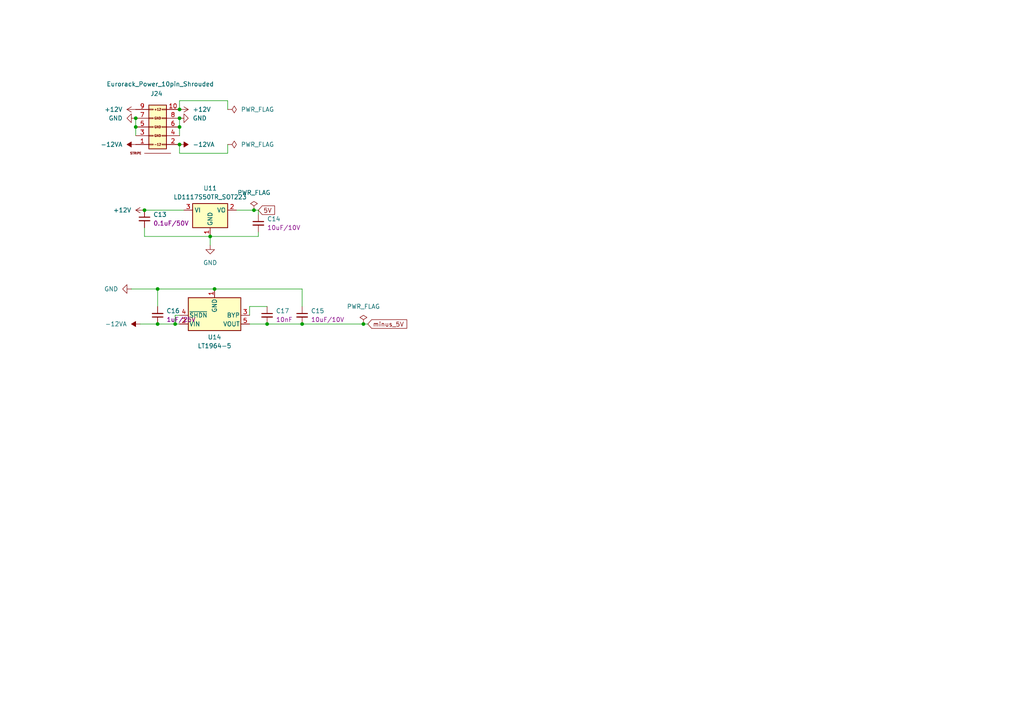
<source format=kicad_sch>
(kicad_sch (version 20231120) (generator "eeschema") (generator_version "8.0")
  (paper "A4")
  (lib_symbols
    (symbol "4ms_Capacitor:0.1uF_0805_50V" (pin_numbers hide) (pin_names (offset 0.254))
      (property "Reference" "C" (at 1.905 1.27 0))
      (property "Display" "0.1uF/50V" (at 1.905 -1.27 0))
      (symbol "0.1uF_0805_50V_1_1"
        (polyline (pts (xy -1.524 -0.508) (xy 1.524 -0.508)) (stroke (width 0.3302)))
        (polyline (pts (xy -1.524 0.508) (xy 1.524 0.508)) (stroke (width 0.3048)))
        (pin passive line (at 0 2.54 270) (length 2.032) (name "~") (number "1"))
        (pin passive line (at 0 -2.54 90) (length 2.032) (name "~") (number "2"))
      )
    )
    (symbol "4ms_Capacitor:10nF_0603_25V" (pin_numbers hide) (pin_names (offset 0.254) hide)
      (property "Reference" "C" (at 1.905 1.27 0))
      (property "Display" "10nF" (at 1.905 -1.27 0))
      (symbol "10nF_0603_25V_0_1"
        (polyline (pts (xy -1.524 -0.508) (xy 1.524 -0.508)) (stroke (width 0.3302)))
        (polyline (pts (xy -1.524 0.508) (xy 1.524 0.508)) (stroke (width 0.3048)))
      )
      (symbol "10nF_0603_25V_1_1"
        (pin passive line (at 0 2.54 270) (length 2.032) (name "~") (number "1"))
        (pin passive line (at 0 -2.54 90) (length 2.032) (name "~") (number "2"))
      )
    )
    (symbol "4ms_Capacitor:10uF_0603_10V" (pin_numbers hide) (pin_names (offset 0.254) hide)
      (property "Reference" "C" (at 1.905 1.27 0))
      (property "Display" "10uF/10V" (at 1.905 -1.27 0))
      (symbol "10uF_0603_10V_0_1"
        (polyline (pts (xy -1.524 -0.508) (xy 1.524 -0.508)) (stroke (width 0.3302)))
        (polyline (pts (xy -1.524 0.508) (xy 1.524 0.508)) (stroke (width 0.3048)))
      )
      (symbol "10uF_0603_10V_1_1"
        (pin passive line (at 0 2.54 270) (length 2.032) (name "~") (number "1"))
        (pin passive line (at 0 -2.54 90) (length 2.032) (name "~") (number "2"))
      )
    )
    (symbol "4ms_Capacitor:1uF_0603_25V" (pin_numbers hide) (pin_names (offset 0.254) hide)
      (property "Reference" "C" (at 1.905 1.27 0))
      (property "Display" "1uF/25V" (at 1.905 -1.27 0))
      (symbol "1uF_0603_25V_0_1"
        (polyline (pts (xy -1.524 -0.508) (xy 1.524 -0.508)) (stroke (width 0.3302)))
        (polyline (pts (xy -1.524 0.508) (xy 1.524 0.508)) (stroke (width 0.3048)))
      )
      (symbol "1uF_0603_25V_1_1"
        (pin passive line (at 0 2.54 270) (length 2.032) (name "~") (number "1"))
        (pin passive line (at 0 -2.54 90) (length 2.032) (name "~") (number "2"))
      )
    )
    (symbol "4ms_Connector:Eurorack_Power_10pin_Shrouded" (pin_names (offset 0.0254) hide)
      (property "Reference" "J" (at 0 7.62 0))
      (property "Value" "Eurorack_Power_10pin_Shrouded" (at 0 10.16 0))
      (symbol "Eurorack_Power_10pin_Shrouded_0_0"
        (text "+12" (at 0 5.08 0) (effects (font (size 0.635 0.635))))
        (text "-12" (at 0 -5.08 0) (effects (font (size 0.635 0.635))))
        (text "GND" (at 0 -2.54 0) (effects (font (size 0.635 0.635))))
        (text "GND" (at 0 0 0) (effects (font (size 0.635 0.635))))
        (text "GND" (at 0 2.54 0) (effects (font (size 0.635 0.635))))
        (text "STRIPE" (at -6.35 -7.62 0) (effects (font (size 0.635 0.635))))
      )
      (symbol "Eurorack_Power_10pin_Shrouded_0_1"
        (rectangle (start -2.54 -6.35) (end 2.54 6.35) (stroke (width 0.254)) (fill (type background)))
        (rectangle (start -2.54 -4.953) (end -1.27 -5.207))
        (rectangle (start -2.54 -2.413) (end -1.27 -2.667))
        (rectangle (start -2.54 0.127) (end -1.27 -0.127))
        (rectangle (start -2.54 2.667) (end -1.27 2.413))
        (rectangle (start -2.54 5.207) (end -1.27 4.953))
        (polyline (pts (xy -3.81 -7.62) (xy 3.81 -7.62) (xy 1.27 -7.62)))
        (rectangle (start 1.27 -4.953) (end 2.54 -5.207))
        (rectangle (start 1.27 -2.413) (end 2.54 -2.667))
        (rectangle (start 1.27 0.127) (end 2.54 -0.127))
        (rectangle (start 1.27 2.667) (end 2.54 2.413))
        (rectangle (start 1.27 5.207) (end 2.54 4.953))
      )
      (symbol "Eurorack_Power_10pin_Shrouded_1_1"
        (pin passive line (at -6.35 -5.08 0) (length 3.81) (name "-12V") (number "1"))
        (pin passive line (at 6.35 5.08 180) (length 3.81) (name "+12V") (number "10"))
        (pin passive line (at 6.35 -5.08 180) (length 3.81) (name "-12V") (number "2"))
        (pin passive line (at -6.35 -2.54 0) (length 3.81) (name "GND") (number "3"))
        (pin passive line (at 6.35 -2.54 180) (length 3.81) (name "GND") (number "4"))
        (pin passive line (at -6.35 0 0) (length 3.81) (name "GND") (number "5"))
        (pin passive line (at 6.35 0 180) (length 3.81) (name "GND") (number "6"))
        (pin passive line (at -6.35 2.54 0) (length 3.81) (name "GND") (number "7"))
        (pin passive line (at 6.35 2.54 180) (length 3.81) (name "GND") (number "8"))
        (pin passive line (at -6.35 5.08 0) (length 3.81) (name "+12V") (number "9"))
      )
    )
    (symbol "4ms_Power-symbol:+12V" (power) (pin_names (offset 0))
      (property "Value" "+12V" (at 0 3.556 0))
      (symbol "+12V_0_1"
        (polyline (pts (xy -0.762 1.27) (xy 0 2.54)))
        (polyline (pts (xy 0 0) (xy 0 2.54)))
        (polyline (pts (xy 0 2.54) (xy 0.762 1.27)))
      )
      (symbol "+12V_1_1"
        (pin power_in line (at 0 0 90) (length 0) hide (name "+12V") (number "1"))
      )
    )
    (symbol "4ms_Power-symbol:-12VA" (power) (pin_names (offset 0))
      (property "Value" "-12VA" (at 0 3.556 0))
      (symbol "-12VA_0_0"
        (pin power_in line (at 0 0 90) (length 0) hide (name "-12VA") (number "1"))
      )
      (symbol "-12VA_0_1"
        (polyline (pts (xy 0 0) (xy 0 1.27) (xy 0.762 1.27) (xy 0 2.54) (xy -0.762 1.27) (xy 0 1.27)) (fill (type outline)))
      )
    )
    (symbol "Regulator_Linear:LD1117S50TR_SOT223"
      (property "Reference" "U" (at -3.81 3.175 0))
      (property "Value" "LD1117S50TR_SOT223" (at 0 3.175 0))
      (symbol "LD1117S50TR_SOT223_0_1"
        (rectangle (start -5.08 -5.08) (end 5.08 1.905) (stroke (width 0.254)) (fill (type background)))
      )
      (symbol "LD1117S50TR_SOT223_1_1"
        (pin power_in line (at 0 -7.62 90) (length 2.54) (name "GND") (number "1"))
        (pin power_out line (at 7.62 0 180) (length 2.54) (name "VO") (number "2"))
        (pin power_in line (at -7.62 0 0) (length 2.54) (name "VI") (number "3"))
      )
    )
    (symbol "Regulator_Linear:LT1964-5" (pin_names (offset 0.254))
      (property "Reference" "U" (at -6.35 -5.715 0))
      (property "Value" "LT1964-5" (at 0 -5.715 0))
      (symbol "LT1964-5_0_1"
        (rectangle (start -7.62 5.08) (end 7.62 -4.445) (stroke (width 0.254)) (fill (type background)))
      )
      (symbol "LT1964-5_1_1"
        (pin power_in line (at 0 7.62 270) (length 2.54) (name "GND") (number "1"))
        (pin power_in line (at -10.16 -2.54 0) (length 2.54) (name "VIN") (number "2"))
        (pin passive line (at 10.16 0 180) (length 2.54) (name "BYP") (number "3"))
        (pin input line (at -10.16 0 0) (length 2.54) (name "~{SHDN}") (number "4"))
        (pin power_out line (at 10.16 -2.54 180) (length 2.54) (name "VOUT") (number "5"))
      )
    )
    (symbol "power:GND" (power) (pin_numbers hide) (pin_names (offset 0) hide)
      (property "Value" "GND" (at 0 -3.81 0))
      (symbol "GND_0_1"
        (polyline (pts (xy 0 0) (xy 0 -1.27) (xy 1.27 -1.27) (xy 0 -2.54) (xy -1.27 -1.27) (xy 0 -1.27)))
      )
      (symbol "GND_1_1"
        (pin power_in line (at 0 0 270) (length 0) (name "~") (number "1"))
      )
    )
    (symbol "power:PWR_FLAG" (power) (pin_numbers hide) (pin_names (offset 0) hide)
      (property "Value" "PWR_FLAG" (at 0 3.81 0))
      (symbol "PWR_FLAG_0_0"
        (pin power_out line (at 0 0 90) (length 0) (name "~") (number "1"))
      )
      (symbol "PWR_FLAG_0_1"
        (polyline (pts (xy 0 0) (xy 0 1.27) (xy -1.016 1.905) (xy 0 2.54) (xy 1.016 1.905) (xy 0 1.27)))
      )
    )
  )
  (junction (at 50.8 93.98))
  (junction (at 60.96 68.58))
  (junction (at 52.07 41.91))
  (junction (at 62.23 83.82))
  (junction (at 52.07 36.83))
  (junction (at 45.72 83.82))
  (junction (at 39.37 34.29))
  (junction (at 45.72 93.98))
  (junction (at 87.63 93.98))
  (junction (at 73.66 60.96))
  (junction (at 41.91 60.96))
  (junction (at 52.07 31.75))
  (junction (at 77.47 93.98))
  (junction (at 39.37 36.83))
  (junction (at 105.41 93.98))
  (junction (at 52.07 34.29))
  (wire (pts (xy 52.07 34.29) (xy 52.07 36.83)))
  (wire (pts (xy 68.58 60.96) (xy 73.66 60.96)))
  (wire (pts (xy 45.72 83.82) (xy 45.72 88.9)))
  (wire (pts (xy 50.8 93.98) (xy 52.07 93.98)))
  (wire (pts (xy 87.63 83.82) (xy 87.63 88.9)))
  (wire (pts (xy 41.91 60.96) (xy 53.34 60.96)))
  (wire (pts (xy 41.91 68.58) (xy 60.96 68.58)))
  (wire (pts (xy 105.41 93.98) (xy 106.68 93.98)))
  (wire (pts (xy 66.04 44.45) (xy 66.04 41.91)))
  (wire (pts (xy 72.39 93.98) (xy 77.47 93.98)))
  (wire (pts (xy 77.47 93.98) (xy 87.63 93.98)))
  (wire (pts (xy 60.96 68.58) (xy 60.96 71.12)))
  (wire (pts (xy 87.63 93.98) (xy 105.41 93.98)))
  (wire (pts (xy 74.93 60.96) (xy 74.93 62.23)))
  (wire (pts (xy 45.72 93.98) (xy 50.8 93.98)))
  (wire (pts (xy 72.39 88.9) (xy 77.47 88.9)))
  (wire (pts (xy 52.07 29.21) (xy 52.07 31.75)))
  (wire (pts (xy 40.64 93.98) (xy 45.72 93.98)))
  (wire (pts (xy 38.1 83.82) (xy 45.72 83.82)))
  (wire (pts (xy 39.37 34.29) (xy 39.37 36.83)))
  (wire (pts (xy 72.39 91.44) (xy 72.39 88.9)))
  (wire (pts (xy 41.91 66.04) (xy 41.91 68.58)))
  (wire (pts (xy 39.37 36.83) (xy 39.37 39.37)))
  (wire (pts (xy 62.23 83.82) (xy 87.63 83.82)))
  (wire (pts (xy 74.93 68.58) (xy 74.93 67.31)))
  (wire (pts (xy 66.04 31.75) (xy 66.04 29.21)))
  (wire (pts (xy 52.07 36.83) (xy 52.07 39.37)))
  (wire (pts (xy 50.8 93.98) (xy 50.8 91.44)))
  (wire (pts (xy 45.72 83.82) (xy 62.23 83.82)))
  (wire (pts (xy 50.8 91.44) (xy 52.07 91.44)))
  (wire (pts (xy 52.07 41.91) (xy 52.07 44.45)))
  (wire (pts (xy 52.07 44.45) (xy 66.04 44.45)))
  (wire (pts (xy 60.96 68.58) (xy 74.93 68.58)))
  (wire (pts (xy 66.04 29.21) (xy 52.07 29.21)))
  (wire (pts (xy 73.66 60.96) (xy 74.93 60.96)))
  (global_label "minus_5V" (shape input) (at 106.68 93.98 0) (property "Intersheetrefs" "${INTERSHEET_REFS}" (effects (hide yes))))
  (global_label "5V" (shape input) (at 74.93 60.96 0) (property "Intersheetrefs" "${INTERSHEET_REFS}" (effects (hide yes))))
  (symbol (lib_id "power:PWR_FLAG") (at 66.04 31.75 270) (unit 1)
    (property "Reference" "#FLG08" (effects (hide yes)))
    (property "Value" "PWR_FLAG" (at 69.85 31.7499 90) (effects (justify left)))
    (property "Description" "Special symbol for telling ERC where power comes from" (effects (hide yes)))
  )
  (symbol (lib_id "power:PWR_FLAG") (at 66.04 41.91 270) (unit 1)
    (property "Reference" "#FLG09" (effects (hide yes)))
    (property "Value" "PWR_FLAG" (at 69.85 41.9099 90) (effects (justify left)))
    (property "Description" "Special symbol for telling ERC where power comes from" (effects (hide yes)))
  )
  (symbol (lib_id "power:GND") (at 60.96 71.12 0) (unit 1)
    (property "Reference" "#PWR085" (effects (hide yes)))
    (property "Value" "GND" (at 60.96 76.2 0))
    (property "Description" "Power symbol creates a global label with name \"GND\" , ground" (effects (hide yes)))
  )
  (symbol (lib_id "4ms_Power-symbol:+12V") (at 52.07 31.75 270) (unit 1)
    (property "Reference" "#PWR082" (effects (hide yes)))
    (property "Value" "+12V" (at 55.88 31.7499 90) (effects (justify left)))
  )
  (symbol (lib_id "Regulator_Linear:LD1117S50TR_SOT223") (at 60.96 60.96 0) (unit 1)
    (property "Reference" "U11" (at 60.96 54.61 0))
    (property "Value" "LD1117S50TR_SOT223" (at 60.96 57.15 0))
    (property "Footprint" "Package_TO_SOT_SMD:SOT-223-3_TabPin2" (effects (hide yes)))
    (property "Datasheet" "http://www.st.com/st-web-ui/static/active/en/resource/technical/document/datasheet/CD00000544.pdf" (effects (hide yes)))
    (property "Description" "800mA Fixed Low Drop Positive Voltage Regulator, Fixed Output 5.0V, SOT-223" (effects (hide yes)))
  )
  (symbol (lib_id "power:PWR_FLAG") (at 73.66 60.96 0) (unit 1)
    (property "Reference" "#FLG010" (effects (hide yes)))
    (property "Value" "PWR_FLAG" (at 73.66 55.88 0))
    (property "Description" "Special symbol for telling ERC where power comes from" (effects (hide yes)))
  )
  (symbol (lib_id "4ms_Capacitor:0.1uF_0805_50V") (at 41.91 63.5 0) (unit 1)
    (property "Reference" "C13" (at 44.45 62.2362 0) (effects (justify left)))
    (property "Value" "0.1uF_0805_50V" (effects (hide yes)))
    (property "Footprint" "4ms_Capacitor:C_0805" (effects (hide yes)))
    (property "Description" "0.1uF, 50V, 0805, MLCC, X5R or similar" (effects (hide yes)))
    (property "Specifications" "0.1uF, 50V, 0805, MLCC, X5R or similar" (effects (hide yes)))
    (property "Manufacturer" "Murata" (effects (hide yes)))
    (property "Part Number" "GCJ21BL81H104KA01L" (effects (hide yes)))
    (property "Display" "0.1uF/50V" (at 44.45 64.7762 0) (effects (justify left)))
    (property "Production Stage" "A" (effects (hide yes)))
  )
  (symbol (lib_id "4ms_Power-symbol:-12VA") (at 39.37 41.91 90) (unit 1)
    (property "Reference" "#PWR080" (effects (hide yes)))
    (property "Value" "-12VA" (at 35.56 41.9099 90) (effects (justify left)))
  )
  (symbol (lib_id "4ms_Power-symbol:-12VA") (at 52.07 41.91 270) (unit 1)
    (property "Reference" "#PWR084" (effects (hide yes)))
    (property "Value" "-12VA" (at 55.88 41.9099 90) (effects (justify left)))
  )
  (symbol (lib_id "4ms_Power-symbol:+12V") (at 41.91 60.96 90) (unit 1)
    (property "Reference" "#PWR081" (effects (hide yes)))
    (property "Value" "+12V" (at 38.1 60.9599 90) (effects (justify left)))
  )
  (symbol (lib_id "4ms_Capacitor:10nF_0603_25V") (at 77.47 91.44 0) (unit 1)
    (property "Reference" "C17" (at 80.01 90.1762 0) (effects (justify left)))
    (property "Value" "10nF_0603_25V" (effects (hide yes)))
    (property "Footprint" "4ms_Capacitor:C_0603" (effects (hide yes)))
    (property "Description" "10nF, Min 25V, 10%, X7R or similar" (effects (hide yes)))
    (property "Specifications" "10nF, Min 25V, 10%, X7R or similar" (effects (hide yes)))
    (property "Manufacturer" "AVX Corporation" (effects (hide yes)))
    (property "Part Number" "06035C103KAT2A" (effects (hide yes)))
    (property "Display" "10nF" (at 80.01 92.7162 0) (effects (justify left)))
    (property "JLCPCB ID" "C57112" (effects (hide yes)))
    (property "Production Stage" "A" (effects (hide yes)))
  )
  (symbol (lib_id "power:PWR_FLAG") (at 105.41 93.98 0) (unit 1)
    (property "Reference" "#FLG011" (effects (hide yes)))
    (property "Value" "PWR_FLAG" (at 105.41 88.9 0))
    (property "Description" "Special symbol for telling ERC where power comes from" (effects (hide yes)))
  )
  (symbol (lib_id "4ms_Power-symbol:+12V") (at 39.37 31.75 90) (unit 1)
    (property "Reference" "#PWR078" (effects (hide yes)))
    (property "Value" "+12V" (at 35.56 31.7499 90) (effects (justify left)))
  )
  (symbol (lib_id "4ms_Connector:Eurorack_Power_10pin_Shrouded") (at 45.72 36.83 0) (unit 1)
    (property "Reference" "J24" (at 45.3913 27.178 0))
    (property "Value" "Eurorack_Power_10pin_Shrouded" (at 46.482 24.384 0))
    (property "Footprint" "4ms_Connector:Pins_2x05_2.54mm_TH_EurorackPower_Shrouded" (effects (hide yes)))
    (property "Datasheet" "https://www.mouser.com/datasheet/2/445/61201021621-1717731.pdf" (effects (hide yes)))
    (property "Description" "HEADER 2x5 MALE PINS 0.100” 180deg" (effects (hide yes)))
    (property "Specifications" "Shrouded header 10-Pin 2.54 Pitch" (effects (hide yes)))
    (property "Manufacturer" "Wurth Elektronik" (effects (hide yes)))
    (property "Part Number" "61201021621" (effects (hide yes)))
    (property "Production Stage" "B" (effects (hide yes)))
  )
  (symbol (lib_id "power:GND") (at 38.1 83.82 270) (unit 1)
    (property "Reference" "#PWR0109" (effects (hide yes)))
    (property "Value" "GND" (at 34.29 83.8199 90) (effects (justify right)))
    (property "Description" "Power symbol creates a global label with name \"GND\" , ground" (effects (hide yes)))
  )
  (symbol (lib_id "4ms_Capacitor:10uF_0603_10V") (at 74.93 64.77 0) (unit 1)
    (property "Reference" "C14" (at 77.47 63.5062 0) (effects (justify left)))
    (property "Value" "10uF_0603_10V" (effects (hide yes)))
    (property "Footprint" "4ms_Capacitor:C_0603" (effects (hide yes)))
    (property "Description" "10uF, Min. 10V X5R 10%" (effects (hide yes)))
    (property "Specifications" "10uF, Min. 10V X5R 10%" (effects (hide yes)))
    (property "Manufacturer" "Murata" (effects (hide yes)))
    (property "Part Number" "GRM188R61A106KE69D" (effects (hide yes)))
    (property "Display" "10uF/10V" (at 77.47 66.0462 0) (effects (justify left)))
    (property "JLCPCB ID" "C19702" (effects (hide yes)))
    (property "Production Stage" "A" (effects (hide yes)))
  )
  (symbol (lib_id "power:GND") (at 52.07 34.29 90) (unit 1)
    (property "Reference" "#PWR083" (effects (hide yes)))
    (property "Value" "GND" (at 55.88 34.2899 90) (effects (justify right)))
    (property "Description" "Power symbol creates a global label with name \"GND\" , ground" (effects (hide yes)))
  )
  (symbol (lib_id "power:GND") (at 39.37 34.29 270) (unit 1)
    (property "Reference" "#PWR079" (effects (hide yes)))
    (property "Value" "GND" (at 35.56 34.2899 90) (effects (justify right)))
    (property "Description" "Power symbol creates a global label with name \"GND\" , ground" (effects (hide yes)))
  )
  (symbol (lib_id "Regulator_Linear:LT1964-5") (at 62.23 91.44 0) (unit 1)
    (property "Reference" "U14" (at 62.23 97.79 0))
    (property "Value" "LT1964-5" (at 62.23 100.33 0))
    (property "Footprint" "Package_TO_SOT_SMD:TSOT-23-5" (effects (hide yes)))
    (property "Datasheet" "https://www.analog.com/media/en/technical-documentation/data-sheets/1964fb.pdf" (effects (hide yes)))
    (property "Description" "MICROPOWER 200mA Low Noise LDO negative regulator, fixed output -5V, TSOT-23-5" (effects (hide yes)))
  )
  (symbol (lib_id "4ms_Capacitor:1uF_0603_25V") (at 45.72 91.44 180) (unit 1)
    (property "Reference" "C16" (at 48.26 90.1635 0) (effects (justify right)))
    (property "Value" "1uF_0603_25V" (effects (hide yes)))
    (property "Footprint" "4ms_Capacitor:C_0603" (effects (hide yes)))
    (property "Description" "1uF, Min. 25V, 0603, Ceramic/MLCC" (effects (hide yes)))
    (property "Specifications" "1uF, Min. 25V, 0603, Ceramic/MLCC" (effects (hide yes)))
    (property "Manufacturer" "Murata" (effects (hide yes)))
    (property "Part Number" "GRM188R61E105KA12D" (effects (hide yes)))
    (property "Display" "1uF/25V" (at 48.26 92.7035 0) (effects (justify right)))
    (property "JLCPCB ID" "C15849" (effects (hide yes)))
    (property "Production Stage" "A" (effects (hide yes)))
  )
  (symbol (lib_id "4ms_Power-symbol:-12VA") (at 40.64 93.98 90) (unit 1)
    (property "Reference" "#PWR0110" (effects (hide yes)))
    (property "Value" "-12VA" (at 36.83 93.9799 90) (effects (justify left)))
  )
  (symbol (lib_id "4ms_Capacitor:10uF_0603_10V") (at 87.63 91.44 0) (unit 1)
    (property "Reference" "C15" (at 90.17 90.1762 0) (effects (justify left)))
    (property "Value" "10uF_0603_10V" (effects (hide yes)))
    (property "Footprint" "4ms_Capacitor:C_0603" (effects (hide yes)))
    (property "Description" "10uF, Min. 10V X5R 10%" (effects (hide yes)))
    (property "Specifications" "10uF, Min. 10V X5R 10%" (effects (hide yes)))
    (property "Manufacturer" "Murata" (effects (hide yes)))
    (property "Part Number" "GRM188R61A106KE69D" (effects (hide yes)))
    (property "Display" "10uF/10V" (at 90.17 92.7162 0) (effects (justify left)))
    (property "JLCPCB ID" "C19702" (effects (hide yes)))
    (property "Production Stage" "A" (effects (hide yes)))
  )
)
</source>
